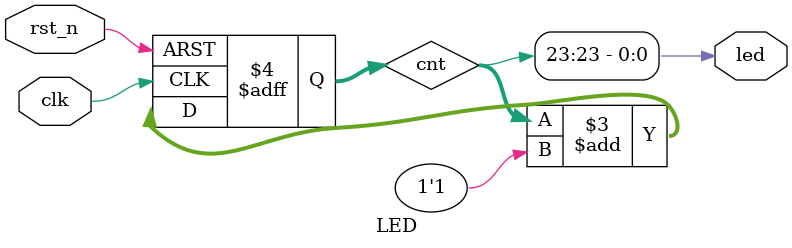
<source format=v>
module LED(
    input clk,
    input rst_n,
    output wire led
);
    reg [23:0] cnt;
    always @ (posedge clk or negedge rst_n) begin
        if(~rst_n) cnt<='b0;
        else cnt<=cnt+1'b1;
    end
    assign led = cnt[23];
endmodule
</source>
